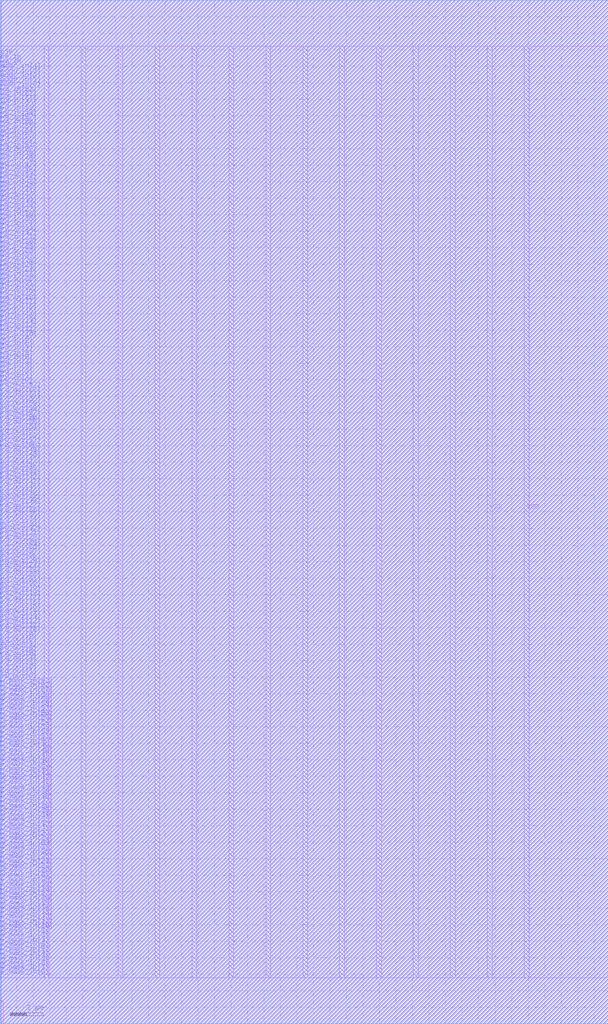
<source format=lef>
VERSION 5.7 ;
BUSBITCHARS "[]" ;
MACRO fakeram45_32x64_upper
  FOREIGN fakeram45_32x64_upper 0 0 ;
  SYMMETRY X Y R90 ;
  SIZE 0.19 BY 1.4 ;
  CLASS BLOCK ;
  PIN w_mask_in[0]
    DIRECTION INPUT ;
    USE SIGNAL ;
    SHAPE ABUTMENT ;
    PORT
      LAYER metal18 ;
      RECT 0.000 2.800 0.070 2.870 ;
    END
  END w_mask_in[0]
  PIN w_mask_in[1]
    DIRECTION INPUT ;
    USE SIGNAL ;
    SHAPE ABUTMENT ;
    PORT
      LAYER metal18 ;
      RECT 0.000 3.080 0.070 3.150 ;
    END
  END w_mask_in[1]
  PIN w_mask_in[2]
    DIRECTION INPUT ;
    USE SIGNAL ;
    SHAPE ABUTMENT ;
    PORT
      LAYER metal18 ;
      RECT 0.000 3.360 0.070 3.430 ;
    END
  END w_mask_in[2]
  PIN w_mask_in[3]
    DIRECTION INPUT ;
    USE SIGNAL ;
    SHAPE ABUTMENT ;
    PORT
      LAYER metal18 ;
      RECT 0.000 3.640 0.070 3.710 ;
    END
  END w_mask_in[3]
  PIN w_mask_in[4]
    DIRECTION INPUT ;
    USE SIGNAL ;
    SHAPE ABUTMENT ;
    PORT
      LAYER metal18 ;
      RECT 0.000 3.920 0.070 3.990 ;
    END
  END w_mask_in[4]
  PIN w_mask_in[5]
    DIRECTION INPUT ;
    USE SIGNAL ;
    SHAPE ABUTMENT ;
    PORT
      LAYER metal18 ;
      RECT 0.000 4.200 0.070 4.270 ;
    END
  END w_mask_in[5]
  PIN w_mask_in[6]
    DIRECTION INPUT ;
    USE SIGNAL ;
    SHAPE ABUTMENT ;
    PORT
      LAYER metal18 ;
      RECT 0.000 4.480 0.070 4.550 ;
    END
  END w_mask_in[6]
  PIN w_mask_in[7]
    DIRECTION INPUT ;
    USE SIGNAL ;
    SHAPE ABUTMENT ;
    PORT
      LAYER metal18 ;
      RECT 0.000 4.760 0.070 4.830 ;
    END
  END w_mask_in[7]
  PIN w_mask_in[8]
    DIRECTION INPUT ;
    USE SIGNAL ;
    SHAPE ABUTMENT ;
    PORT
      LAYER metal18 ;
      RECT 0.000 5.040 0.070 5.110 ;
    END
  END w_mask_in[8]
  PIN w_mask_in[9]
    DIRECTION INPUT ;
    USE SIGNAL ;
    SHAPE ABUTMENT ;
    PORT
      LAYER metal18 ;
      RECT 0.000 5.320 0.070 5.390 ;
    END
  END w_mask_in[9]
  PIN w_mask_in[10]
    DIRECTION INPUT ;
    USE SIGNAL ;
    SHAPE ABUTMENT ;
    PORT
      LAYER metal18 ;
      RECT 0.000 5.600 0.070 5.670 ;
    END
  END w_mask_in[10]
  PIN w_mask_in[11]
    DIRECTION INPUT ;
    USE SIGNAL ;
    SHAPE ABUTMENT ;
    PORT
      LAYER metal18 ;
      RECT 0.000 5.880 0.070 5.950 ;
    END
  END w_mask_in[11]
  PIN w_mask_in[12]
    DIRECTION INPUT ;
    USE SIGNAL ;
    SHAPE ABUTMENT ;
    PORT
      LAYER metal18 ;
      RECT 0.000 6.160 0.070 6.230 ;
    END
  END w_mask_in[12]
  PIN w_mask_in[13]
    DIRECTION INPUT ;
    USE SIGNAL ;
    SHAPE ABUTMENT ;
    PORT
      LAYER metal18 ;
      RECT 0.000 6.440 0.070 6.510 ;
    END
  END w_mask_in[13]
  PIN w_mask_in[14]
    DIRECTION INPUT ;
    USE SIGNAL ;
    SHAPE ABUTMENT ;
    PORT
      LAYER metal18 ;
      RECT 0.000 6.720 0.070 6.790 ;
    END
  END w_mask_in[14]
  PIN w_mask_in[15]
    DIRECTION INPUT ;
    USE SIGNAL ;
    SHAPE ABUTMENT ;
    PORT
      LAYER metal18 ;
      RECT 0.000 7.000 0.070 7.070 ;
    END
  END w_mask_in[15]
  PIN w_mask_in[16]
    DIRECTION INPUT ;
    USE SIGNAL ;
    SHAPE ABUTMENT ;
    PORT
      LAYER metal18 ;
      RECT 0.000 7.280 0.070 7.350 ;
    END
  END w_mask_in[16]
  PIN w_mask_in[17]
    DIRECTION INPUT ;
    USE SIGNAL ;
    SHAPE ABUTMENT ;
    PORT
      LAYER metal18 ;
      RECT 0.000 7.560 0.070 7.630 ;
    END
  END w_mask_in[17]
  PIN w_mask_in[18]
    DIRECTION INPUT ;
    USE SIGNAL ;
    SHAPE ABUTMENT ;
    PORT
      LAYER metal18 ;
      RECT 0.000 7.840 0.070 7.910 ;
    END
  END w_mask_in[18]
  PIN w_mask_in[19]
    DIRECTION INPUT ;
    USE SIGNAL ;
    SHAPE ABUTMENT ;
    PORT
      LAYER metal18 ;
      RECT 0.000 8.120 0.070 8.190 ;
    END
  END w_mask_in[19]
  PIN w_mask_in[20]
    DIRECTION INPUT ;
    USE SIGNAL ;
    SHAPE ABUTMENT ;
    PORT
      LAYER metal18 ;
      RECT 0.000 8.400 0.070 8.470 ;
    END
  END w_mask_in[20]
  PIN w_mask_in[21]
    DIRECTION INPUT ;
    USE SIGNAL ;
    SHAPE ABUTMENT ;
    PORT
      LAYER metal18 ;
      RECT 0.000 8.680 0.070 8.750 ;
    END
  END w_mask_in[21]
  PIN w_mask_in[22]
    DIRECTION INPUT ;
    USE SIGNAL ;
    SHAPE ABUTMENT ;
    PORT
      LAYER metal18 ;
      RECT 0.000 8.960 0.070 9.030 ;
    END
  END w_mask_in[22]
  PIN w_mask_in[23]
    DIRECTION INPUT ;
    USE SIGNAL ;
    SHAPE ABUTMENT ;
    PORT
      LAYER metal18 ;
      RECT 0.000 9.240 0.070 9.310 ;
    END
  END w_mask_in[23]
  PIN w_mask_in[24]
    DIRECTION INPUT ;
    USE SIGNAL ;
    SHAPE ABUTMENT ;
    PORT
      LAYER metal18 ;
      RECT 0.000 9.520 0.070 9.590 ;
    END
  END w_mask_in[24]
  PIN w_mask_in[25]
    DIRECTION INPUT ;
    USE SIGNAL ;
    SHAPE ABUTMENT ;
    PORT
      LAYER metal18 ;
      RECT 0.000 9.800 0.070 9.870 ;
    END
  END w_mask_in[25]
  PIN w_mask_in[26]
    DIRECTION INPUT ;
    USE SIGNAL ;
    SHAPE ABUTMENT ;
    PORT
      LAYER metal18 ;
      RECT 0.000 10.080 0.070 10.150 ;
    END
  END w_mask_in[26]
  PIN w_mask_in[27]
    DIRECTION INPUT ;
    USE SIGNAL ;
    SHAPE ABUTMENT ;
    PORT
      LAYER metal18 ;
      RECT 0.000 10.360 0.070 10.430 ;
    END
  END w_mask_in[27]
  PIN w_mask_in[28]
    DIRECTION INPUT ;
    USE SIGNAL ;
    SHAPE ABUTMENT ;
    PORT
      LAYER metal18 ;
      RECT 0.000 10.640 0.070 10.710 ;
    END
  END w_mask_in[28]
  PIN w_mask_in[29]
    DIRECTION INPUT ;
    USE SIGNAL ;
    SHAPE ABUTMENT ;
    PORT
      LAYER metal18 ;
      RECT 0.000 10.920 0.070 10.990 ;
    END
  END w_mask_in[29]
  PIN w_mask_in[30]
    DIRECTION INPUT ;
    USE SIGNAL ;
    SHAPE ABUTMENT ;
    PORT
      LAYER metal18 ;
      RECT 0.000 11.200 0.070 11.270 ;
    END
  END w_mask_in[30]
  PIN w_mask_in[31]
    DIRECTION INPUT ;
    USE SIGNAL ;
    SHAPE ABUTMENT ;
    PORT
      LAYER metal18 ;
      RECT 0.000 11.480 0.070 11.550 ;
    END
  END w_mask_in[31]
  PIN w_mask_in[32]
    DIRECTION INPUT ;
    USE SIGNAL ;
    SHAPE ABUTMENT ;
    PORT
      LAYER metal18 ;
      RECT 0.000 11.760 0.070 11.830 ;
    END
  END w_mask_in[32]
  PIN w_mask_in[33]
    DIRECTION INPUT ;
    USE SIGNAL ;
    SHAPE ABUTMENT ;
    PORT
      LAYER metal18 ;
      RECT 0.000 12.040 0.070 12.110 ;
    END
  END w_mask_in[33]
  PIN w_mask_in[34]
    DIRECTION INPUT ;
    USE SIGNAL ;
    SHAPE ABUTMENT ;
    PORT
      LAYER metal18 ;
      RECT 0.000 12.320 0.070 12.390 ;
    END
  END w_mask_in[34]
  PIN w_mask_in[35]
    DIRECTION INPUT ;
    USE SIGNAL ;
    SHAPE ABUTMENT ;
    PORT
      LAYER metal18 ;
      RECT 0.000 12.600 0.070 12.670 ;
    END
  END w_mask_in[35]
  PIN w_mask_in[36]
    DIRECTION INPUT ;
    USE SIGNAL ;
    SHAPE ABUTMENT ;
    PORT
      LAYER metal18 ;
      RECT 0.000 12.880 0.070 12.950 ;
    END
  END w_mask_in[36]
  PIN w_mask_in[37]
    DIRECTION INPUT ;
    USE SIGNAL ;
    SHAPE ABUTMENT ;
    PORT
      LAYER metal18 ;
      RECT 0.000 13.160 0.070 13.230 ;
    END
  END w_mask_in[37]
  PIN w_mask_in[38]
    DIRECTION INPUT ;
    USE SIGNAL ;
    SHAPE ABUTMENT ;
    PORT
      LAYER metal18 ;
      RECT 0.000 13.440 0.070 13.510 ;
    END
  END w_mask_in[38]
  PIN w_mask_in[39]
    DIRECTION INPUT ;
    USE SIGNAL ;
    SHAPE ABUTMENT ;
    PORT
      LAYER metal18 ;
      RECT 0.000 13.720 0.070 13.790 ;
    END
  END w_mask_in[39]
  PIN w_mask_in[40]
    DIRECTION INPUT ;
    USE SIGNAL ;
    SHAPE ABUTMENT ;
    PORT
      LAYER metal18 ;
      RECT 0.000 14.000 0.070 14.070 ;
    END
  END w_mask_in[40]
  PIN w_mask_in[41]
    DIRECTION INPUT ;
    USE SIGNAL ;
    SHAPE ABUTMENT ;
    PORT
      LAYER metal18 ;
      RECT 0.000 14.280 0.070 14.350 ;
    END
  END w_mask_in[41]
  PIN w_mask_in[42]
    DIRECTION INPUT ;
    USE SIGNAL ;
    SHAPE ABUTMENT ;
    PORT
      LAYER metal18 ;
      RECT 0.000 14.560 0.070 14.630 ;
    END
  END w_mask_in[42]
  PIN w_mask_in[43]
    DIRECTION INPUT ;
    USE SIGNAL ;
    SHAPE ABUTMENT ;
    PORT
      LAYER metal18 ;
      RECT 0.000 14.840 0.070 14.910 ;
    END
  END w_mask_in[43]
  PIN w_mask_in[44]
    DIRECTION INPUT ;
    USE SIGNAL ;
    SHAPE ABUTMENT ;
    PORT
      LAYER metal18 ;
      RECT 0.000 15.120 0.070 15.190 ;
    END
  END w_mask_in[44]
  PIN w_mask_in[45]
    DIRECTION INPUT ;
    USE SIGNAL ;
    SHAPE ABUTMENT ;
    PORT
      LAYER metal18 ;
      RECT 0.000 15.400 0.070 15.470 ;
    END
  END w_mask_in[45]
  PIN w_mask_in[46]
    DIRECTION INPUT ;
    USE SIGNAL ;
    SHAPE ABUTMENT ;
    PORT
      LAYER metal18 ;
      RECT 0.000 15.680 0.070 15.750 ;
    END
  END w_mask_in[46]
  PIN w_mask_in[47]
    DIRECTION INPUT ;
    USE SIGNAL ;
    SHAPE ABUTMENT ;
    PORT
      LAYER metal18 ;
      RECT 0.000 15.960 0.070 16.030 ;
    END
  END w_mask_in[47]
  PIN w_mask_in[48]
    DIRECTION INPUT ;
    USE SIGNAL ;
    SHAPE ABUTMENT ;
    PORT
      LAYER metal18 ;
      RECT 0.000 16.240 0.070 16.310 ;
    END
  END w_mask_in[48]
  PIN w_mask_in[49]
    DIRECTION INPUT ;
    USE SIGNAL ;
    SHAPE ABUTMENT ;
    PORT
      LAYER metal18 ;
      RECT 0.000 16.520 0.070 16.590 ;
    END
  END w_mask_in[49]
  PIN w_mask_in[50]
    DIRECTION INPUT ;
    USE SIGNAL ;
    SHAPE ABUTMENT ;
    PORT
      LAYER metal18 ;
      RECT 0.000 16.800 0.070 16.870 ;
    END
  END w_mask_in[50]
  PIN w_mask_in[51]
    DIRECTION INPUT ;
    USE SIGNAL ;
    SHAPE ABUTMENT ;
    PORT
      LAYER metal18 ;
      RECT 0.000 17.080 0.070 17.150 ;
    END
  END w_mask_in[51]
  PIN w_mask_in[52]
    DIRECTION INPUT ;
    USE SIGNAL ;
    SHAPE ABUTMENT ;
    PORT
      LAYER metal18 ;
      RECT 0.000 17.360 0.070 17.430 ;
    END
  END w_mask_in[52]
  PIN w_mask_in[53]
    DIRECTION INPUT ;
    USE SIGNAL ;
    SHAPE ABUTMENT ;
    PORT
      LAYER metal18 ;
      RECT 0.000 17.640 0.070 17.710 ;
    END
  END w_mask_in[53]
  PIN w_mask_in[54]
    DIRECTION INPUT ;
    USE SIGNAL ;
    SHAPE ABUTMENT ;
    PORT
      LAYER metal18 ;
      RECT 0.000 17.920 0.070 17.990 ;
    END
  END w_mask_in[54]
  PIN w_mask_in[55]
    DIRECTION INPUT ;
    USE SIGNAL ;
    SHAPE ABUTMENT ;
    PORT
      LAYER metal18 ;
      RECT 0.000 18.200 0.070 18.270 ;
    END
  END w_mask_in[55]
  PIN w_mask_in[56]
    DIRECTION INPUT ;
    USE SIGNAL ;
    SHAPE ABUTMENT ;
    PORT
      LAYER metal18 ;
      RECT 0.000 18.480 0.070 18.550 ;
    END
  END w_mask_in[56]
  PIN w_mask_in[57]
    DIRECTION INPUT ;
    USE SIGNAL ;
    SHAPE ABUTMENT ;
    PORT
      LAYER metal18 ;
      RECT 0.000 18.760 0.070 18.830 ;
    END
  END w_mask_in[57]
  PIN w_mask_in[58]
    DIRECTION INPUT ;
    USE SIGNAL ;
    SHAPE ABUTMENT ;
    PORT
      LAYER metal18 ;
      RECT 0.000 19.040 0.070 19.110 ;
    END
  END w_mask_in[58]
  PIN w_mask_in[59]
    DIRECTION INPUT ;
    USE SIGNAL ;
    SHAPE ABUTMENT ;
    PORT
      LAYER metal18 ;
      RECT 0.000 19.320 0.070 19.390 ;
    END
  END w_mask_in[59]
  PIN w_mask_in[60]
    DIRECTION INPUT ;
    USE SIGNAL ;
    SHAPE ABUTMENT ;
    PORT
      LAYER metal18 ;
      RECT 0.000 19.600 0.070 19.670 ;
    END
  END w_mask_in[60]
  PIN w_mask_in[61]
    DIRECTION INPUT ;
    USE SIGNAL ;
    SHAPE ABUTMENT ;
    PORT
      LAYER metal18 ;
      RECT 0.000 19.880 0.070 19.950 ;
    END
  END w_mask_in[61]
  PIN w_mask_in[62]
    DIRECTION INPUT ;
    USE SIGNAL ;
    SHAPE ABUTMENT ;
    PORT
      LAYER metal18 ;
      RECT 0.000 20.160 0.070 20.230 ;
    END
  END w_mask_in[62]
  PIN w_mask_in[63]
    DIRECTION INPUT ;
    USE SIGNAL ;
    SHAPE ABUTMENT ;
    PORT
      LAYER metal18 ;
      RECT 0.000 20.440 0.070 20.510 ;
    END
  END w_mask_in[63]
  PIN rd_out[0]
    DIRECTION OUTPUT ;
    USE SIGNAL ;
    SHAPE ABUTMENT ;
    PORT
      LAYER metal18 ;
      RECT 0.000 20.720 0.070 20.790 ;
    END
  END rd_out[0]
  PIN rd_out[1]
    DIRECTION OUTPUT ;
    USE SIGNAL ;
    SHAPE ABUTMENT ;
    PORT
      LAYER metal18 ;
      RECT 0.000 21.000 0.070 21.070 ;
    END
  END rd_out[1]
  PIN rd_out[2]
    DIRECTION OUTPUT ;
    USE SIGNAL ;
    SHAPE ABUTMENT ;
    PORT
      LAYER metal18 ;
      RECT 0.000 21.280 0.070 21.350 ;
    END
  END rd_out[2]
  PIN rd_out[3]
    DIRECTION OUTPUT ;
    USE SIGNAL ;
    SHAPE ABUTMENT ;
    PORT
      LAYER metal18 ;
      RECT 0.000 21.560 0.070 21.630 ;
    END
  END rd_out[3]
  PIN rd_out[4]
    DIRECTION OUTPUT ;
    USE SIGNAL ;
    SHAPE ABUTMENT ;
    PORT
      LAYER metal18 ;
      RECT 0.000 21.840 0.070 21.910 ;
    END
  END rd_out[4]
  PIN rd_out[5]
    DIRECTION OUTPUT ;
    USE SIGNAL ;
    SHAPE ABUTMENT ;
    PORT
      LAYER metal18 ;
      RECT 0.000 22.120 0.070 22.190 ;
    END
  END rd_out[5]
  PIN rd_out[6]
    DIRECTION OUTPUT ;
    USE SIGNAL ;
    SHAPE ABUTMENT ;
    PORT
      LAYER metal18 ;
      RECT 0.000 22.400 0.070 22.470 ;
    END
  END rd_out[6]
  PIN rd_out[7]
    DIRECTION OUTPUT ;
    USE SIGNAL ;
    SHAPE ABUTMENT ;
    PORT
      LAYER metal18 ;
      RECT 0.000 22.680 0.070 22.750 ;
    END
  END rd_out[7]
  PIN rd_out[8]
    DIRECTION OUTPUT ;
    USE SIGNAL ;
    SHAPE ABUTMENT ;
    PORT
      LAYER metal18 ;
      RECT 0.000 22.960 0.070 23.030 ;
    END
  END rd_out[8]
  PIN rd_out[9]
    DIRECTION OUTPUT ;
    USE SIGNAL ;
    SHAPE ABUTMENT ;
    PORT
      LAYER metal18 ;
      RECT 0.000 23.240 0.070 23.310 ;
    END
  END rd_out[9]
  PIN rd_out[10]
    DIRECTION OUTPUT ;
    USE SIGNAL ;
    SHAPE ABUTMENT ;
    PORT
      LAYER metal18 ;
      RECT 0.000 23.520 0.070 23.590 ;
    END
  END rd_out[10]
  PIN rd_out[11]
    DIRECTION OUTPUT ;
    USE SIGNAL ;
    SHAPE ABUTMENT ;
    PORT
      LAYER metal18 ;
      RECT 0.000 23.800 0.070 23.870 ;
    END
  END rd_out[11]
  PIN rd_out[12]
    DIRECTION OUTPUT ;
    USE SIGNAL ;
    SHAPE ABUTMENT ;
    PORT
      LAYER metal18 ;
      RECT 0.000 24.080 0.070 24.150 ;
    END
  END rd_out[12]
  PIN rd_out[13]
    DIRECTION OUTPUT ;
    USE SIGNAL ;
    SHAPE ABUTMENT ;
    PORT
      LAYER metal18 ;
      RECT 0.000 24.360 0.070 24.430 ;
    END
  END rd_out[13]
  PIN rd_out[14]
    DIRECTION OUTPUT ;
    USE SIGNAL ;
    SHAPE ABUTMENT ;
    PORT
      LAYER metal18 ;
      RECT 0.000 24.640 0.070 24.710 ;
    END
  END rd_out[14]
  PIN rd_out[15]
    DIRECTION OUTPUT ;
    USE SIGNAL ;
    SHAPE ABUTMENT ;
    PORT
      LAYER metal18 ;
      RECT 0.000 24.920 0.070 24.990 ;
    END
  END rd_out[15]
  PIN rd_out[16]
    DIRECTION OUTPUT ;
    USE SIGNAL ;
    SHAPE ABUTMENT ;
    PORT
      LAYER metal18 ;
      RECT 0.000 25.200 0.070 25.270 ;
    END
  END rd_out[16]
  PIN rd_out[17]
    DIRECTION OUTPUT ;
    USE SIGNAL ;
    SHAPE ABUTMENT ;
    PORT
      LAYER metal18 ;
      RECT 0.000 25.480 0.070 25.550 ;
    END
  END rd_out[17]
  PIN rd_out[18]
    DIRECTION OUTPUT ;
    USE SIGNAL ;
    SHAPE ABUTMENT ;
    PORT
      LAYER metal18 ;
      RECT 0.000 25.760 0.070 25.830 ;
    END
  END rd_out[18]
  PIN rd_out[19]
    DIRECTION OUTPUT ;
    USE SIGNAL ;
    SHAPE ABUTMENT ;
    PORT
      LAYER metal18 ;
      RECT 0.000 26.040 0.070 26.110 ;
    END
  END rd_out[19]
  PIN rd_out[20]
    DIRECTION OUTPUT ;
    USE SIGNAL ;
    SHAPE ABUTMENT ;
    PORT
      LAYER metal18 ;
      RECT 0.000 26.320 0.070 26.390 ;
    END
  END rd_out[20]
  PIN rd_out[21]
    DIRECTION OUTPUT ;
    USE SIGNAL ;
    SHAPE ABUTMENT ;
    PORT
      LAYER metal18 ;
      RECT 0.000 26.600 0.070 26.670 ;
    END
  END rd_out[21]
  PIN rd_out[22]
    DIRECTION OUTPUT ;
    USE SIGNAL ;
    SHAPE ABUTMENT ;
    PORT
      LAYER metal18 ;
      RECT 0.000 26.880 0.070 26.950 ;
    END
  END rd_out[22]
  PIN rd_out[23]
    DIRECTION OUTPUT ;
    USE SIGNAL ;
    SHAPE ABUTMENT ;
    PORT
      LAYER metal18 ;
      RECT 0.000 27.160 0.070 27.230 ;
    END
  END rd_out[23]
  PIN rd_out[24]
    DIRECTION OUTPUT ;
    USE SIGNAL ;
    SHAPE ABUTMENT ;
    PORT
      LAYER metal18 ;
      RECT 0.000 27.440 0.070 27.510 ;
    END
  END rd_out[24]
  PIN rd_out[25]
    DIRECTION OUTPUT ;
    USE SIGNAL ;
    SHAPE ABUTMENT ;
    PORT
      LAYER metal18 ;
      RECT 0.000 27.720 0.070 27.790 ;
    END
  END rd_out[25]
  PIN rd_out[26]
    DIRECTION OUTPUT ;
    USE SIGNAL ;
    SHAPE ABUTMENT ;
    PORT
      LAYER metal18 ;
      RECT 0.000 28.000 0.070 28.070 ;
    END
  END rd_out[26]
  PIN rd_out[27]
    DIRECTION OUTPUT ;
    USE SIGNAL ;
    SHAPE ABUTMENT ;
    PORT
      LAYER metal18 ;
      RECT 0.000 28.280 0.070 28.350 ;
    END
  END rd_out[27]
  PIN rd_out[28]
    DIRECTION OUTPUT ;
    USE SIGNAL ;
    SHAPE ABUTMENT ;
    PORT
      LAYER metal18 ;
      RECT 0.000 28.560 0.070 28.630 ;
    END
  END rd_out[28]
  PIN rd_out[29]
    DIRECTION OUTPUT ;
    USE SIGNAL ;
    SHAPE ABUTMENT ;
    PORT
      LAYER metal18 ;
      RECT 0.000 28.840 0.070 28.910 ;
    END
  END rd_out[29]
  PIN rd_out[30]
    DIRECTION OUTPUT ;
    USE SIGNAL ;
    SHAPE ABUTMENT ;
    PORT
      LAYER metal18 ;
      RECT 0.000 29.120 0.070 29.190 ;
    END
  END rd_out[30]
  PIN rd_out[31]
    DIRECTION OUTPUT ;
    USE SIGNAL ;
    SHAPE ABUTMENT ;
    PORT
      LAYER metal18 ;
      RECT 0.000 29.400 0.070 29.470 ;
    END
  END rd_out[31]
  PIN rd_out[32]
    DIRECTION OUTPUT ;
    USE SIGNAL ;
    SHAPE ABUTMENT ;
    PORT
      LAYER metal18 ;
      RECT 0.000 29.680 0.070 29.750 ;
    END
  END rd_out[32]
  PIN rd_out[33]
    DIRECTION OUTPUT ;
    USE SIGNAL ;
    SHAPE ABUTMENT ;
    PORT
      LAYER metal18 ;
      RECT 0.000 29.960 0.070 30.030 ;
    END
  END rd_out[33]
  PIN rd_out[34]
    DIRECTION OUTPUT ;
    USE SIGNAL ;
    SHAPE ABUTMENT ;
    PORT
      LAYER metal18 ;
      RECT 0.000 30.240 0.070 30.310 ;
    END
  END rd_out[34]
  PIN rd_out[35]
    DIRECTION OUTPUT ;
    USE SIGNAL ;
    SHAPE ABUTMENT ;
    PORT
      LAYER metal18 ;
      RECT 0.000 30.520 0.070 30.590 ;
    END
  END rd_out[35]
  PIN rd_out[36]
    DIRECTION OUTPUT ;
    USE SIGNAL ;
    SHAPE ABUTMENT ;
    PORT
      LAYER metal18 ;
      RECT 0.000 30.800 0.070 30.870 ;
    END
  END rd_out[36]
  PIN rd_out[37]
    DIRECTION OUTPUT ;
    USE SIGNAL ;
    SHAPE ABUTMENT ;
    PORT
      LAYER metal18 ;
      RECT 0.000 31.080 0.070 31.150 ;
    END
  END rd_out[37]
  PIN rd_out[38]
    DIRECTION OUTPUT ;
    USE SIGNAL ;
    SHAPE ABUTMENT ;
    PORT
      LAYER metal18 ;
      RECT 0.000 31.360 0.070 31.430 ;
    END
  END rd_out[38]
  PIN rd_out[39]
    DIRECTION OUTPUT ;
    USE SIGNAL ;
    SHAPE ABUTMENT ;
    PORT
      LAYER metal18 ;
      RECT 0.000 31.640 0.070 31.710 ;
    END
  END rd_out[39]
  PIN rd_out[40]
    DIRECTION OUTPUT ;
    USE SIGNAL ;
    SHAPE ABUTMENT ;
    PORT
      LAYER metal18 ;
      RECT 0.000 31.920 0.070 31.990 ;
    END
  END rd_out[40]
  PIN rd_out[41]
    DIRECTION OUTPUT ;
    USE SIGNAL ;
    SHAPE ABUTMENT ;
    PORT
      LAYER metal18 ;
      RECT 0.000 32.200 0.070 32.270 ;
    END
  END rd_out[41]
  PIN rd_out[42]
    DIRECTION OUTPUT ;
    USE SIGNAL ;
    SHAPE ABUTMENT ;
    PORT
      LAYER metal18 ;
      RECT 0.000 32.480 0.070 32.550 ;
    END
  END rd_out[42]
  PIN rd_out[43]
    DIRECTION OUTPUT ;
    USE SIGNAL ;
    SHAPE ABUTMENT ;
    PORT
      LAYER metal18 ;
      RECT 0.000 32.760 0.070 32.830 ;
    END
  END rd_out[43]
  PIN rd_out[44]
    DIRECTION OUTPUT ;
    USE SIGNAL ;
    SHAPE ABUTMENT ;
    PORT
      LAYER metal18 ;
      RECT 0.000 33.040 0.070 33.110 ;
    END
  END rd_out[44]
  PIN rd_out[45]
    DIRECTION OUTPUT ;
    USE SIGNAL ;
    SHAPE ABUTMENT ;
    PORT
      LAYER metal18 ;
      RECT 0.000 33.320 0.070 33.390 ;
    END
  END rd_out[45]
  PIN rd_out[46]
    DIRECTION OUTPUT ;
    USE SIGNAL ;
    SHAPE ABUTMENT ;
    PORT
      LAYER metal18 ;
      RECT 0.000 33.600 0.070 33.670 ;
    END
  END rd_out[46]
  PIN rd_out[47]
    DIRECTION OUTPUT ;
    USE SIGNAL ;
    SHAPE ABUTMENT ;
    PORT
      LAYER metal18 ;
      RECT 0.000 33.880 0.070 33.950 ;
    END
  END rd_out[47]
  PIN rd_out[48]
    DIRECTION OUTPUT ;
    USE SIGNAL ;
    SHAPE ABUTMENT ;
    PORT
      LAYER metal18 ;
      RECT 0.000 34.160 0.070 34.230 ;
    END
  END rd_out[48]
  PIN rd_out[49]
    DIRECTION OUTPUT ;
    USE SIGNAL ;
    SHAPE ABUTMENT ;
    PORT
      LAYER metal18 ;
      RECT 0.000 34.440 0.070 34.510 ;
    END
  END rd_out[49]
  PIN rd_out[50]
    DIRECTION OUTPUT ;
    USE SIGNAL ;
    SHAPE ABUTMENT ;
    PORT
      LAYER metal18 ;
      RECT 0.000 34.720 0.070 34.790 ;
    END
  END rd_out[50]
  PIN rd_out[51]
    DIRECTION OUTPUT ;
    USE SIGNAL ;
    SHAPE ABUTMENT ;
    PORT
      LAYER metal18 ;
      RECT 0.000 35.000 0.070 35.070 ;
    END
  END rd_out[51]
  PIN rd_out[52]
    DIRECTION OUTPUT ;
    USE SIGNAL ;
    SHAPE ABUTMENT ;
    PORT
      LAYER metal18 ;
      RECT 0.000 35.280 0.070 35.350 ;
    END
  END rd_out[52]
  PIN rd_out[53]
    DIRECTION OUTPUT ;
    USE SIGNAL ;
    SHAPE ABUTMENT ;
    PORT
      LAYER metal18 ;
      RECT 0.000 35.560 0.070 35.630 ;
    END
  END rd_out[53]
  PIN rd_out[54]
    DIRECTION OUTPUT ;
    USE SIGNAL ;
    SHAPE ABUTMENT ;
    PORT
      LAYER metal18 ;
      RECT 0.000 35.840 0.070 35.910 ;
    END
  END rd_out[54]
  PIN rd_out[55]
    DIRECTION OUTPUT ;
    USE SIGNAL ;
    SHAPE ABUTMENT ;
    PORT
      LAYER metal18 ;
      RECT 0.000 36.120 0.070 36.190 ;
    END
  END rd_out[55]
  PIN rd_out[56]
    DIRECTION OUTPUT ;
    USE SIGNAL ;
    SHAPE ABUTMENT ;
    PORT
      LAYER metal18 ;
      RECT 0.000 36.400 0.070 36.470 ;
    END
  END rd_out[56]
  PIN rd_out[57]
    DIRECTION OUTPUT ;
    USE SIGNAL ;
    SHAPE ABUTMENT ;
    PORT
      LAYER metal18 ;
      RECT 0.000 36.680 0.070 36.750 ;
    END
  END rd_out[57]
  PIN rd_out[58]
    DIRECTION OUTPUT ;
    USE SIGNAL ;
    SHAPE ABUTMENT ;
    PORT
      LAYER metal18 ;
      RECT 0.000 36.960 0.070 37.030 ;
    END
  END rd_out[58]
  PIN rd_out[59]
    DIRECTION OUTPUT ;
    USE SIGNAL ;
    SHAPE ABUTMENT ;
    PORT
      LAYER metal18 ;
      RECT 0.000 37.240 0.070 37.310 ;
    END
  END rd_out[59]
  PIN rd_out[60]
    DIRECTION OUTPUT ;
    USE SIGNAL ;
    SHAPE ABUTMENT ;
    PORT
      LAYER metal18 ;
      RECT 0.000 37.520 0.070 37.590 ;
    END
  END rd_out[60]
  PIN rd_out[61]
    DIRECTION OUTPUT ;
    USE SIGNAL ;
    SHAPE ABUTMENT ;
    PORT
      LAYER metal18 ;
      RECT 0.000 37.800 0.070 37.870 ;
    END
  END rd_out[61]
  PIN rd_out[62]
    DIRECTION OUTPUT ;
    USE SIGNAL ;
    SHAPE ABUTMENT ;
    PORT
      LAYER metal18 ;
      RECT 0.000 38.080 0.070 38.150 ;
    END
  END rd_out[62]
  PIN rd_out[63]
    DIRECTION OUTPUT ;
    USE SIGNAL ;
    SHAPE ABUTMENT ;
    PORT
      LAYER metal18 ;
      RECT 0.000 38.360 0.070 38.430 ;
    END
  END rd_out[63]
  PIN wd_in[0]
    DIRECTION INPUT ;
    USE SIGNAL ;
    SHAPE ABUTMENT ;
    PORT
      LAYER metal18 ;
      RECT 0.000 38.640 0.070 38.710 ;
    END
  END wd_in[0]
  PIN wd_in[1]
    DIRECTION INPUT ;
    USE SIGNAL ;
    SHAPE ABUTMENT ;
    PORT
      LAYER metal18 ;
      RECT 0.000 38.920 0.070 38.990 ;
    END
  END wd_in[1]
  PIN wd_in[2]
    DIRECTION INPUT ;
    USE SIGNAL ;
    SHAPE ABUTMENT ;
    PORT
      LAYER metal18 ;
      RECT 0.000 39.200 0.070 39.270 ;
    END
  END wd_in[2]
  PIN wd_in[3]
    DIRECTION INPUT ;
    USE SIGNAL ;
    SHAPE ABUTMENT ;
    PORT
      LAYER metal18 ;
      RECT 0.000 39.480 0.070 39.550 ;
    END
  END wd_in[3]
  PIN wd_in[4]
    DIRECTION INPUT ;
    USE SIGNAL ;
    SHAPE ABUTMENT ;
    PORT
      LAYER metal18 ;
      RECT 0.000 39.760 0.070 39.830 ;
    END
  END wd_in[4]
  PIN wd_in[5]
    DIRECTION INPUT ;
    USE SIGNAL ;
    SHAPE ABUTMENT ;
    PORT
      LAYER metal18 ;
      RECT 0.000 40.040 0.070 40.110 ;
    END
  END wd_in[5]
  PIN wd_in[6]
    DIRECTION INPUT ;
    USE SIGNAL ;
    SHAPE ABUTMENT ;
    PORT
      LAYER metal18 ;
      RECT 0.000 40.320 0.070 40.390 ;
    END
  END wd_in[6]
  PIN wd_in[7]
    DIRECTION INPUT ;
    USE SIGNAL ;
    SHAPE ABUTMENT ;
    PORT
      LAYER metal18 ;
      RECT 0.000 40.600 0.070 40.670 ;
    END
  END wd_in[7]
  PIN wd_in[8]
    DIRECTION INPUT ;
    USE SIGNAL ;
    SHAPE ABUTMENT ;
    PORT
      LAYER metal18 ;
      RECT 0.000 40.880 0.070 40.950 ;
    END
  END wd_in[8]
  PIN wd_in[9]
    DIRECTION INPUT ;
    USE SIGNAL ;
    SHAPE ABUTMENT ;
    PORT
      LAYER metal18 ;
      RECT 0.000 41.160 0.070 41.230 ;
    END
  END wd_in[9]
  PIN wd_in[10]
    DIRECTION INPUT ;
    USE SIGNAL ;
    SHAPE ABUTMENT ;
    PORT
      LAYER metal18 ;
      RECT 0.000 41.440 0.070 41.510 ;
    END
  END wd_in[10]
  PIN wd_in[11]
    DIRECTION INPUT ;
    USE SIGNAL ;
    SHAPE ABUTMENT ;
    PORT
      LAYER metal18 ;
      RECT 0.000 41.720 0.070 41.790 ;
    END
  END wd_in[11]
  PIN wd_in[12]
    DIRECTION INPUT ;
    USE SIGNAL ;
    SHAPE ABUTMENT ;
    PORT
      LAYER metal18 ;
      RECT 0.000 42.000 0.070 42.070 ;
    END
  END wd_in[12]
  PIN wd_in[13]
    DIRECTION INPUT ;
    USE SIGNAL ;
    SHAPE ABUTMENT ;
    PORT
      LAYER metal18 ;
      RECT 0.000 42.280 0.070 42.350 ;
    END
  END wd_in[13]
  PIN wd_in[14]
    DIRECTION INPUT ;
    USE SIGNAL ;
    SHAPE ABUTMENT ;
    PORT
      LAYER metal18 ;
      RECT 0.000 42.560 0.070 42.630 ;
    END
  END wd_in[14]
  PIN wd_in[15]
    DIRECTION INPUT ;
    USE SIGNAL ;
    SHAPE ABUTMENT ;
    PORT
      LAYER metal18 ;
      RECT 0.000 42.840 0.070 42.910 ;
    END
  END wd_in[15]
  PIN wd_in[16]
    DIRECTION INPUT ;
    USE SIGNAL ;
    SHAPE ABUTMENT ;
    PORT
      LAYER metal18 ;
      RECT 0.000 43.120 0.070 43.190 ;
    END
  END wd_in[16]
  PIN wd_in[17]
    DIRECTION INPUT ;
    USE SIGNAL ;
    SHAPE ABUTMENT ;
    PORT
      LAYER metal18 ;
      RECT 0.000 43.400 0.070 43.470 ;
    END
  END wd_in[17]
  PIN wd_in[18]
    DIRECTION INPUT ;
    USE SIGNAL ;
    SHAPE ABUTMENT ;
    PORT
      LAYER metal18 ;
      RECT 0.000 43.680 0.070 43.750 ;
    END
  END wd_in[18]
  PIN wd_in[19]
    DIRECTION INPUT ;
    USE SIGNAL ;
    SHAPE ABUTMENT ;
    PORT
      LAYER metal18 ;
      RECT 0.000 43.960 0.070 44.030 ;
    END
  END wd_in[19]
  PIN wd_in[20]
    DIRECTION INPUT ;
    USE SIGNAL ;
    SHAPE ABUTMENT ;
    PORT
      LAYER metal18 ;
      RECT 0.000 44.240 0.070 44.310 ;
    END
  END wd_in[20]
  PIN wd_in[21]
    DIRECTION INPUT ;
    USE SIGNAL ;
    SHAPE ABUTMENT ;
    PORT
      LAYER metal18 ;
      RECT 0.000 44.520 0.070 44.590 ;
    END
  END wd_in[21]
  PIN wd_in[22]
    DIRECTION INPUT ;
    USE SIGNAL ;
    SHAPE ABUTMENT ;
    PORT
      LAYER metal18 ;
      RECT 0.000 44.800 0.070 44.870 ;
    END
  END wd_in[22]
  PIN wd_in[23]
    DIRECTION INPUT ;
    USE SIGNAL ;
    SHAPE ABUTMENT ;
    PORT
      LAYER metal18 ;
      RECT 0.000 45.080 0.070 45.150 ;
    END
  END wd_in[23]
  PIN wd_in[24]
    DIRECTION INPUT ;
    USE SIGNAL ;
    SHAPE ABUTMENT ;
    PORT
      LAYER metal18 ;
      RECT 0.000 45.360 0.070 45.430 ;
    END
  END wd_in[24]
  PIN wd_in[25]
    DIRECTION INPUT ;
    USE SIGNAL ;
    SHAPE ABUTMENT ;
    PORT
      LAYER metal18 ;
      RECT 0.000 45.640 0.070 45.710 ;
    END
  END wd_in[25]
  PIN wd_in[26]
    DIRECTION INPUT ;
    USE SIGNAL ;
    SHAPE ABUTMENT ;
    PORT
      LAYER metal18 ;
      RECT 0.000 45.920 0.070 45.990 ;
    END
  END wd_in[26]
  PIN wd_in[27]
    DIRECTION INPUT ;
    USE SIGNAL ;
    SHAPE ABUTMENT ;
    PORT
      LAYER metal18 ;
      RECT 0.000 46.200 0.070 46.270 ;
    END
  END wd_in[27]
  PIN wd_in[28]
    DIRECTION INPUT ;
    USE SIGNAL ;
    SHAPE ABUTMENT ;
    PORT
      LAYER metal18 ;
      RECT 0.000 46.480 0.070 46.550 ;
    END
  END wd_in[28]
  PIN wd_in[29]
    DIRECTION INPUT ;
    USE SIGNAL ;
    SHAPE ABUTMENT ;
    PORT
      LAYER metal18 ;
      RECT 0.000 46.760 0.070 46.830 ;
    END
  END wd_in[29]
  PIN wd_in[30]
    DIRECTION INPUT ;
    USE SIGNAL ;
    SHAPE ABUTMENT ;
    PORT
      LAYER metal18 ;
      RECT 0.000 47.040 0.070 47.110 ;
    END
  END wd_in[30]
  PIN wd_in[31]
    DIRECTION INPUT ;
    USE SIGNAL ;
    SHAPE ABUTMENT ;
    PORT
      LAYER metal18 ;
      RECT 0.000 47.320 0.070 47.390 ;
    END
  END wd_in[31]
  PIN wd_in[32]
    DIRECTION INPUT ;
    USE SIGNAL ;
    SHAPE ABUTMENT ;
    PORT
      LAYER metal18 ;
      RECT 0.000 47.600 0.070 47.670 ;
    END
  END wd_in[32]
  PIN wd_in[33]
    DIRECTION INPUT ;
    USE SIGNAL ;
    SHAPE ABUTMENT ;
    PORT
      LAYER metal18 ;
      RECT 0.000 47.880 0.070 47.950 ;
    END
  END wd_in[33]
  PIN wd_in[34]
    DIRECTION INPUT ;
    USE SIGNAL ;
    SHAPE ABUTMENT ;
    PORT
      LAYER metal18 ;
      RECT 0.000 48.160 0.070 48.230 ;
    END
  END wd_in[34]
  PIN wd_in[35]
    DIRECTION INPUT ;
    USE SIGNAL ;
    SHAPE ABUTMENT ;
    PORT
      LAYER metal18 ;
      RECT 0.000 48.440 0.070 48.510 ;
    END
  END wd_in[35]
  PIN wd_in[36]
    DIRECTION INPUT ;
    USE SIGNAL ;
    SHAPE ABUTMENT ;
    PORT
      LAYER metal18 ;
      RECT 0.000 48.720 0.070 48.790 ;
    END
  END wd_in[36]
  PIN wd_in[37]
    DIRECTION INPUT ;
    USE SIGNAL ;
    SHAPE ABUTMENT ;
    PORT
      LAYER metal18 ;
      RECT 0.000 49.000 0.070 49.070 ;
    END
  END wd_in[37]
  PIN wd_in[38]
    DIRECTION INPUT ;
    USE SIGNAL ;
    SHAPE ABUTMENT ;
    PORT
      LAYER metal18 ;
      RECT 0.000 49.280 0.070 49.350 ;
    END
  END wd_in[38]
  PIN wd_in[39]
    DIRECTION INPUT ;
    USE SIGNAL ;
    SHAPE ABUTMENT ;
    PORT
      LAYER metal18 ;
      RECT 0.000 49.560 0.070 49.630 ;
    END
  END wd_in[39]
  PIN wd_in[40]
    DIRECTION INPUT ;
    USE SIGNAL ;
    SHAPE ABUTMENT ;
    PORT
      LAYER metal18 ;
      RECT 0.000 49.840 0.070 49.910 ;
    END
  END wd_in[40]
  PIN wd_in[41]
    DIRECTION INPUT ;
    USE SIGNAL ;
    SHAPE ABUTMENT ;
    PORT
      LAYER metal18 ;
      RECT 0.000 50.120 0.070 50.190 ;
    END
  END wd_in[41]
  PIN wd_in[42]
    DIRECTION INPUT ;
    USE SIGNAL ;
    SHAPE ABUTMENT ;
    PORT
      LAYER metal18 ;
      RECT 0.000 50.400 0.070 50.470 ;
    END
  END wd_in[42]
  PIN wd_in[43]
    DIRECTION INPUT ;
    USE SIGNAL ;
    SHAPE ABUTMENT ;
    PORT
      LAYER metal18 ;
      RECT 0.000 50.680 0.070 50.750 ;
    END
  END wd_in[43]
  PIN wd_in[44]
    DIRECTION INPUT ;
    USE SIGNAL ;
    SHAPE ABUTMENT ;
    PORT
      LAYER metal18 ;
      RECT 0.000 50.960 0.070 51.030 ;
    END
  END wd_in[44]
  PIN wd_in[45]
    DIRECTION INPUT ;
    USE SIGNAL ;
    SHAPE ABUTMENT ;
    PORT
      LAYER metal18 ;
      RECT 0.000 51.240 0.070 51.310 ;
    END
  END wd_in[45]
  PIN wd_in[46]
    DIRECTION INPUT ;
    USE SIGNAL ;
    SHAPE ABUTMENT ;
    PORT
      LAYER metal18 ;
      RECT 0.000 51.520 0.070 51.590 ;
    END
  END wd_in[46]
  PIN wd_in[47]
    DIRECTION INPUT ;
    USE SIGNAL ;
    SHAPE ABUTMENT ;
    PORT
      LAYER metal18 ;
      RECT 0.000 51.800 0.070 51.870 ;
    END
  END wd_in[47]
  PIN wd_in[48]
    DIRECTION INPUT ;
    USE SIGNAL ;
    SHAPE ABUTMENT ;
    PORT
      LAYER metal18 ;
      RECT 0.000 52.080 0.070 52.150 ;
    END
  END wd_in[48]
  PIN wd_in[49]
    DIRECTION INPUT ;
    USE SIGNAL ;
    SHAPE ABUTMENT ;
    PORT
      LAYER metal18 ;
      RECT 0.000 52.360 0.070 52.430 ;
    END
  END wd_in[49]
  PIN wd_in[50]
    DIRECTION INPUT ;
    USE SIGNAL ;
    SHAPE ABUTMENT ;
    PORT
      LAYER metal18 ;
      RECT 0.000 52.640 0.070 52.710 ;
    END
  END wd_in[50]
  PIN wd_in[51]
    DIRECTION INPUT ;
    USE SIGNAL ;
    SHAPE ABUTMENT ;
    PORT
      LAYER metal18 ;
      RECT 0.000 52.920 0.070 52.990 ;
    END
  END wd_in[51]
  PIN wd_in[52]
    DIRECTION INPUT ;
    USE SIGNAL ;
    SHAPE ABUTMENT ;
    PORT
      LAYER metal18 ;
      RECT 0.000 53.200 0.070 53.270 ;
    END
  END wd_in[52]
  PIN wd_in[53]
    DIRECTION INPUT ;
    USE SIGNAL ;
    SHAPE ABUTMENT ;
    PORT
      LAYER metal18 ;
      RECT 0.000 53.480 0.070 53.550 ;
    END
  END wd_in[53]
  PIN wd_in[54]
    DIRECTION INPUT ;
    USE SIGNAL ;
    SHAPE ABUTMENT ;
    PORT
      LAYER metal18 ;
      RECT 0.000 53.760 0.070 53.830 ;
    END
  END wd_in[54]
  PIN wd_in[55]
    DIRECTION INPUT ;
    USE SIGNAL ;
    SHAPE ABUTMENT ;
    PORT
      LAYER metal18 ;
      RECT 0.000 54.040 0.070 54.110 ;
    END
  END wd_in[55]
  PIN wd_in[56]
    DIRECTION INPUT ;
    USE SIGNAL ;
    SHAPE ABUTMENT ;
    PORT
      LAYER metal18 ;
      RECT 0.000 54.320 0.070 54.390 ;
    END
  END wd_in[56]
  PIN wd_in[57]
    DIRECTION INPUT ;
    USE SIGNAL ;
    SHAPE ABUTMENT ;
    PORT
      LAYER metal18 ;
      RECT 0.000 54.600 0.070 54.670 ;
    END
  END wd_in[57]
  PIN wd_in[58]
    DIRECTION INPUT ;
    USE SIGNAL ;
    SHAPE ABUTMENT ;
    PORT
      LAYER metal18 ;
      RECT 0.000 54.880 0.070 54.950 ;
    END
  END wd_in[58]
  PIN wd_in[59]
    DIRECTION INPUT ;
    USE SIGNAL ;
    SHAPE ABUTMENT ;
    PORT
      LAYER metal18 ;
      RECT 0.000 55.160 0.070 55.230 ;
    END
  END wd_in[59]
  PIN wd_in[60]
    DIRECTION INPUT ;
    USE SIGNAL ;
    SHAPE ABUTMENT ;
    PORT
      LAYER metal18 ;
      RECT 0.000 55.440 0.070 55.510 ;
    END
  END wd_in[60]
  PIN wd_in[61]
    DIRECTION INPUT ;
    USE SIGNAL ;
    SHAPE ABUTMENT ;
    PORT
      LAYER metal18 ;
      RECT 0.000 55.720 0.070 55.790 ;
    END
  END wd_in[61]
  PIN wd_in[62]
    DIRECTION INPUT ;
    USE SIGNAL ;
    SHAPE ABUTMENT ;
    PORT
      LAYER metal18 ;
      RECT 0.000 56.000 0.070 56.070 ;
    END
  END wd_in[62]
  PIN wd_in[63]
    DIRECTION INPUT ;
    USE SIGNAL ;
    SHAPE ABUTMENT ;
    PORT
      LAYER metal18 ;
      RECT 0.000 56.280 0.070 56.350 ;
    END
  END wd_in[63]
  PIN addr_in[0]
    DIRECTION INPUT ;
    USE SIGNAL ;
    SHAPE ABUTMENT ;
    PORT
      LAYER metal18 ;
      RECT 0.000 56.560 0.070 56.630 ;
    END
  END addr_in[0]
  PIN addr_in[1]
    DIRECTION INPUT ;
    USE SIGNAL ;
    SHAPE ABUTMENT ;
    PORT
      LAYER metal18 ;
      RECT 0.000 56.840 0.070 56.910 ;
    END
  END addr_in[1]
  PIN addr_in[2]
    DIRECTION INPUT ;
    USE SIGNAL ;
    SHAPE ABUTMENT ;
    PORT
      LAYER metal18 ;
      RECT 0.000 57.120 0.070 57.190 ;
    END
  END addr_in[2]
  PIN addr_in[3]
    DIRECTION INPUT ;
    USE SIGNAL ;
    SHAPE ABUTMENT ;
    PORT
      LAYER metal18 ;
      RECT 0.000 57.400 0.070 57.470 ;
    END
  END addr_in[3]
  PIN addr_in[4]
    DIRECTION INPUT ;
    USE SIGNAL ;
    SHAPE ABUTMENT ;
    PORT
      LAYER metal18 ;
      RECT 0.000 57.680 0.070 57.750 ;
    END
  END addr_in[4]
  PIN we_in
    DIRECTION INPUT ;
    USE SIGNAL ;
    SHAPE ABUTMENT ;
    PORT
      LAYER metal18 ;
      RECT 0.000 57.960 0.070 58.030 ;
    END
  END we_in
  PIN ce_in
    DIRECTION INPUT ;
    USE SIGNAL ;
    SHAPE ABUTMENT ;
    PORT
      LAYER metal18 ;
      RECT 0.000 58.240 0.070 58.310 ;
    END
  END ce_in
  PIN clk
    DIRECTION INPUT ;
    USE SIGNAL ;
    SHAPE ABUTMENT ;
    PORT
      LAYER metal18 ;
      RECT 0.000 58.520 0.070 58.590 ;
    END
  END clk
  PIN VSS
    DIRECTION INOUT ;
    USE GROUND ;
    PORT
      LAYER metal17 ;
      RECT 2.660 2.800 2.940 59.200 ;
      RECT 7.140 2.800 7.420 59.200 ;
      RECT 11.620 2.800 11.900 59.200 ;
      RECT 16.100 2.800 16.380 59.200 ;
      RECT 20.580 2.800 20.860 59.200 ;
      RECT 25.060 2.800 25.340 59.200 ;
      RECT 29.540 2.800 29.820 59.200 ;
    END
  END VSS
  PIN VDD
    DIRECTION INOUT ;
    USE POWER ;
    PORT
      LAYER metal17 ;
      RECT 4.900 2.800 5.180 59.200 ;
      RECT 9.380 2.800 9.660 59.200 ;
      RECT 13.860 2.800 14.140 59.200 ;
      RECT 18.340 2.800 18.620 59.200 ;
      RECT 22.820 2.800 23.100 59.200 ;
      RECT 27.300 2.800 27.580 59.200 ;
      RECT 31.780 2.800 32.060 59.200 ;
    END
  END VDD
  OBS
    LAYER metal20 ;
    RECT 0 0 36.860 62.000 ;
    LAYER metal19 ;
    RECT 0 0 36.860 62.000 ;
    LAYER metal18 ;
    RECT 0.070 0 36.860 62.000 ;
    RECT 0 0.000 0.070 2.800 ;
    RECT 0 2.870 0.070 3.080 ;
    RECT 0 3.150 0.070 3.360 ;
    RECT 0 3.430 0.070 3.640 ;
    RECT 0 3.710 0.070 3.920 ;
    RECT 0 3.990 0.070 4.200 ;
    RECT 0 4.270 0.070 4.480 ;
    RECT 0 4.550 0.070 4.760 ;
    RECT 0 4.830 0.070 5.040 ;
    RECT 0 5.110 0.070 5.320 ;
    RECT 0 5.390 0.070 5.600 ;
    RECT 0 5.670 0.070 5.880 ;
    RECT 0 5.950 0.070 6.160 ;
    RECT 0 6.230 0.070 6.440 ;
    RECT 0 6.510 0.070 6.720 ;
    RECT 0 6.790 0.070 7.000 ;
    RECT 0 7.070 0.070 7.280 ;
    RECT 0 7.350 0.070 7.560 ;
    RECT 0 7.630 0.070 7.840 ;
    RECT 0 7.910 0.070 8.120 ;
    RECT 0 8.190 0.070 8.400 ;
    RECT 0 8.470 0.070 8.680 ;
    RECT 0 8.750 0.070 8.960 ;
    RECT 0 9.030 0.070 9.240 ;
    RECT 0 9.310 0.070 9.520 ;
    RECT 0 9.590 0.070 9.800 ;
    RECT 0 9.870 0.070 10.080 ;
    RECT 0 10.150 0.070 10.360 ;
    RECT 0 10.430 0.070 10.640 ;
    RECT 0 10.710 0.070 10.920 ;
    RECT 0 10.990 0.070 11.200 ;
    RECT 0 11.270 0.070 11.480 ;
    RECT 0 11.550 0.070 11.760 ;
    RECT 0 11.830 0.070 12.040 ;
    RECT 0 12.110 0.070 12.320 ;
    RECT 0 12.390 0.070 12.600 ;
    RECT 0 12.670 0.070 12.880 ;
    RECT 0 12.950 0.070 13.160 ;
    RECT 0 13.230 0.070 13.440 ;
    RECT 0 13.510 0.070 13.720 ;
    RECT 0 13.790 0.070 14.000 ;
    RECT 0 14.070 0.070 14.280 ;
    RECT 0 14.350 0.070 14.560 ;
    RECT 0 14.630 0.070 14.840 ;
    RECT 0 14.910 0.070 15.120 ;
    RECT 0 15.190 0.070 15.400 ;
    RECT 0 15.470 0.070 15.680 ;
    RECT 0 15.750 0.070 15.960 ;
    RECT 0 16.030 0.070 16.240 ;
    RECT 0 16.310 0.070 16.520 ;
    RECT 0 16.590 0.070 16.800 ;
    RECT 0 16.870 0.070 17.080 ;
    RECT 0 17.150 0.070 17.360 ;
    RECT 0 17.430 0.070 17.640 ;
    RECT 0 17.710 0.070 17.920 ;
    RECT 0 17.990 0.070 18.200 ;
    RECT 0 18.270 0.070 18.480 ;
    RECT 0 18.550 0.070 18.760 ;
    RECT 0 18.830 0.070 19.040 ;
    RECT 0 19.110 0.070 19.320 ;
    RECT 0 19.390 0.070 19.600 ;
    RECT 0 19.670 0.070 19.880 ;
    RECT 0 19.950 0.070 20.160 ;
    RECT 0 20.230 0.070 20.440 ;
    RECT 0 20.510 0.070 20.720 ;
    RECT 0 20.790 0.070 21.000 ;
    RECT 0 21.070 0.070 21.280 ;
    RECT 0 21.350 0.070 21.560 ;
    RECT 0 21.630 0.070 21.840 ;
    RECT 0 21.910 0.070 22.120 ;
    RECT 0 22.190 0.070 22.400 ;
    RECT 0 22.470 0.070 22.680 ;
    RECT 0 22.750 0.070 22.960 ;
    RECT 0 23.030 0.070 23.240 ;
    RECT 0 23.310 0.070 23.520 ;
    RECT 0 23.590 0.070 23.800 ;
    RECT 0 23.870 0.070 24.080 ;
    RECT 0 24.150 0.070 24.360 ;
    RECT 0 24.430 0.070 24.640 ;
    RECT 0 24.710 0.070 24.920 ;
    RECT 0 24.990 0.070 25.200 ;
    RECT 0 25.270 0.070 25.480 ;
    RECT 0 25.550 0.070 25.760 ;
    RECT 0 25.830 0.070 26.040 ;
    RECT 0 26.110 0.070 26.320 ;
    RECT 0 26.390 0.070 26.600 ;
    RECT 0 26.670 0.070 26.880 ;
    RECT 0 26.950 0.070 27.160 ;
    RECT 0 27.230 0.070 27.440 ;
    RECT 0 27.510 0.070 27.720 ;
    RECT 0 27.790 0.070 28.000 ;
    RECT 0 28.070 0.070 28.280 ;
    RECT 0 28.350 0.070 28.560 ;
    RECT 0 28.630 0.070 28.840 ;
    RECT 0 28.910 0.070 29.120 ;
    RECT 0 29.190 0.070 29.400 ;
    RECT 0 29.470 0.070 29.680 ;
    RECT 0 29.750 0.070 29.960 ;
    RECT 0 30.030 0.070 30.240 ;
    RECT 0 30.310 0.070 30.520 ;
    RECT 0 30.590 0.070 30.800 ;
    RECT 0 30.870 0.070 31.080 ;
    RECT 0 31.150 0.070 31.360 ;
    RECT 0 31.430 0.070 31.640 ;
    RECT 0 31.710 0.070 31.920 ;
    RECT 0 31.990 0.070 32.200 ;
    RECT 0 32.270 0.070 32.480 ;
    RECT 0 32.550 0.070 32.760 ;
    RECT 0 32.830 0.070 33.040 ;
    RECT 0 33.110 0.070 33.320 ;
    RECT 0 33.390 0.070 33.600 ;
    RECT 0 33.670 0.070 33.880 ;
    RECT 0 33.950 0.070 34.160 ;
    RECT 0 34.230 0.070 34.440 ;
    RECT 0 34.510 0.070 34.720 ;
    RECT 0 34.790 0.070 35.000 ;
    RECT 0 35.070 0.070 35.280 ;
    RECT 0 35.350 0.070 35.560 ;
    RECT 0 35.630 0.070 35.840 ;
    RECT 0 35.910 0.070 36.120 ;
    RECT 0 36.190 0.070 36.400 ;
    RECT 0 36.470 0.070 36.680 ;
    RECT 0 36.750 0.070 36.960 ;
    RECT 0 37.030 0.070 37.240 ;
    RECT 0 37.310 0.070 37.520 ;
    RECT 0 37.590 0.070 37.800 ;
    RECT 0 37.870 0.070 38.080 ;
    RECT 0 38.150 0.070 38.360 ;
    RECT 0 38.430 0.070 38.640 ;
    RECT 0 38.710 0.070 38.920 ;
    RECT 0 38.990 0.070 39.200 ;
    RECT 0 39.270 0.070 39.480 ;
    RECT 0 39.550 0.070 39.760 ;
    RECT 0 39.830 0.070 40.040 ;
    RECT 0 40.110 0.070 40.320 ;
    RECT 0 40.390 0.070 40.600 ;
    RECT 0 40.670 0.070 40.880 ;
    RECT 0 40.950 0.070 41.160 ;
    RECT 0 41.230 0.070 41.440 ;
    RECT 0 41.510 0.070 41.720 ;
    RECT 0 41.790 0.070 42.000 ;
    RECT 0 42.070 0.070 42.280 ;
    RECT 0 42.350 0.070 42.560 ;
    RECT 0 42.630 0.070 42.840 ;
    RECT 0 42.910 0.070 43.120 ;
    RECT 0 43.190 0.070 43.400 ;
    RECT 0 43.470 0.070 43.680 ;
    RECT 0 43.750 0.070 43.960 ;
    RECT 0 44.030 0.070 44.240 ;
    RECT 0 44.310 0.070 44.520 ;
    RECT 0 44.590 0.070 44.800 ;
    RECT 0 44.870 0.070 45.080 ;
    RECT 0 45.150 0.070 45.360 ;
    RECT 0 45.430 0.070 45.640 ;
    RECT 0 45.710 0.070 45.920 ;
    RECT 0 45.990 0.070 46.200 ;
    RECT 0 46.270 0.070 46.480 ;
    RECT 0 46.550 0.070 46.760 ;
    RECT 0 46.830 0.070 47.040 ;
    RECT 0 47.110 0.070 47.320 ;
    RECT 0 47.390 0.070 47.600 ;
    RECT 0 47.670 0.070 47.880 ;
    RECT 0 47.950 0.070 48.160 ;
    RECT 0 48.230 0.070 48.440 ;
    RECT 0 48.510 0.070 48.720 ;
    RECT 0 48.790 0.070 49.000 ;
    RECT 0 49.070 0.070 49.280 ;
    RECT 0 49.350 0.070 49.560 ;
    RECT 0 49.630 0.070 49.840 ;
    RECT 0 49.910 0.070 50.120 ;
    RECT 0 50.190 0.070 50.400 ;
    RECT 0 50.470 0.070 50.680 ;
    RECT 0 50.750 0.070 50.960 ;
    RECT 0 51.030 0.070 51.240 ;
    RECT 0 51.310 0.070 51.520 ;
    RECT 0 51.590 0.070 51.800 ;
    RECT 0 51.870 0.070 52.080 ;
    RECT 0 52.150 0.070 52.360 ;
    RECT 0 52.430 0.070 52.640 ;
    RECT 0 52.710 0.070 52.920 ;
    RECT 0 52.990 0.070 53.200 ;
    RECT 0 53.270 0.070 53.480 ;
    RECT 0 53.550 0.070 53.760 ;
    RECT 0 53.830 0.070 54.040 ;
    RECT 0 54.110 0.070 54.320 ;
    RECT 0 54.390 0.070 54.600 ;
    RECT 0 54.670 0.070 54.880 ;
    RECT 0 54.950 0.070 55.160 ;
    RECT 0 55.230 0.070 55.440 ;
    RECT 0 55.510 0.070 55.720 ;
    RECT 0 55.790 0.070 56.000 ;
    RECT 0 56.070 0.070 56.280 ;
    RECT 0 56.350 0.070 56.560 ;
    RECT 0 56.630 0.070 56.840 ;
    RECT 0 56.910 0.070 57.120 ;
    RECT 0 57.190 0.070 57.400 ;
    RECT 0 57.470 0.070 57.680 ;
    RECT 0 57.750 0.070 57.960 ;
    RECT 0 58.030 0.070 58.240 ;
    RECT 0 58.310 0.070 58.520 ;
    RECT 0 58.590 0.070 62.000 ;
    LAYER metal17 ;
    RECT 0 0 36.860 2.800 ;
    RECT 0 59.200 36.860 62.000 ;
    RECT 0.000 2.800 2.660 59.200 ;
    RECT 2.940 2.800 4.900 59.200 ;
    RECT 5.180 2.800 7.140 59.200 ;
    RECT 7.420 2.800 9.380 59.200 ;
    RECT 9.660 2.800 11.620 59.200 ;
    RECT 11.900 2.800 13.860 59.200 ;
    RECT 14.140 2.800 16.100 59.200 ;
    RECT 16.380 2.800 18.340 59.200 ;
    RECT 18.620 2.800 20.580 59.200 ;
    RECT 20.860 2.800 22.820 59.200 ;
    RECT 23.100 2.800 25.060 59.200 ;
    RECT 25.340 2.800 27.300 59.200 ;
    RECT 27.580 2.800 29.540 59.200 ;
    RECT 29.820 2.800 31.780 59.200 ;
    RECT 32.060 2.800 36.860 59.200 ;
  END
END fakeram45_32x64_upper

END LIBRARY

</source>
